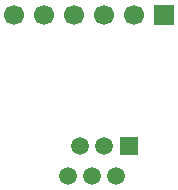
<source format=gbr>
%TF.GenerationSoftware,KiCad,Pcbnew,9.0.3*%
%TF.CreationDate,2025-07-26T18:17:39+02:00*%
%TF.ProjectId,ports_for_motors,706f7274-735f-4666-9f72-5f6d6f746f72,rev?*%
%TF.SameCoordinates,Original*%
%TF.FileFunction,Copper,L2,Bot*%
%TF.FilePolarity,Positive*%
%FSLAX46Y46*%
G04 Gerber Fmt 4.6, Leading zero omitted, Abs format (unit mm)*
G04 Created by KiCad (PCBNEW 9.0.3) date 2025-07-26 18:17:39*
%MOMM*%
%LPD*%
G01*
G04 APERTURE LIST*
%TA.AperFunction,ComponentPad*%
%ADD10R,1.700000X1.700000*%
%TD*%
%TA.AperFunction,ComponentPad*%
%ADD11C,1.700000*%
%TD*%
%TA.AperFunction,ComponentPad*%
%ADD12R,1.520000X1.520000*%
%TD*%
%TA.AperFunction,ComponentPad*%
%ADD13C,1.520000*%
%TD*%
G04 APERTURE END LIST*
D10*
%TO.P,J2,1,Pin_1*%
%TO.N,Net-(J2-Pin_1)*%
X37080000Y-21500000D03*
D11*
%TO.P,J2,2,Pin_2*%
%TO.N,Net-(J2-Pin_2)*%
X34540000Y-21500000D03*
%TO.P,J2,3,Pin_3*%
%TO.N,Net-(J2-Pin_3)*%
X32000000Y-21500000D03*
%TO.P,J2,4,Pin_4*%
%TO.N,Net-(J2-Pin_4)*%
X29460000Y-21500000D03*
%TO.P,J2,5,Pin_5*%
%TO.N,Net-(J2-Pin_5)*%
X26920000Y-21500000D03*
%TO.P,J2,6,Pin_6*%
%TO.N,Net-(J2-Pin_6)*%
X24380000Y-21500000D03*
%TD*%
D12*
%TO.P,J1,1*%
%TO.N,Net-(J2-Pin_1)*%
X34050000Y-32660000D03*
D13*
%TO.P,J1,2*%
%TO.N,Net-(J2-Pin_6)*%
X33030000Y-35200000D03*
%TO.P,J1,3*%
%TO.N,Net-(J2-Pin_2)*%
X32010000Y-32660000D03*
%TO.P,J1,4*%
%TO.N,Net-(J2-Pin_5)*%
X30990000Y-35200000D03*
%TO.P,J1,5*%
%TO.N,Net-(J2-Pin_3)*%
X29970000Y-32660000D03*
%TO.P,J1,6*%
%TO.N,Net-(J2-Pin_4)*%
X28950000Y-35200000D03*
%TD*%
M02*

</source>
